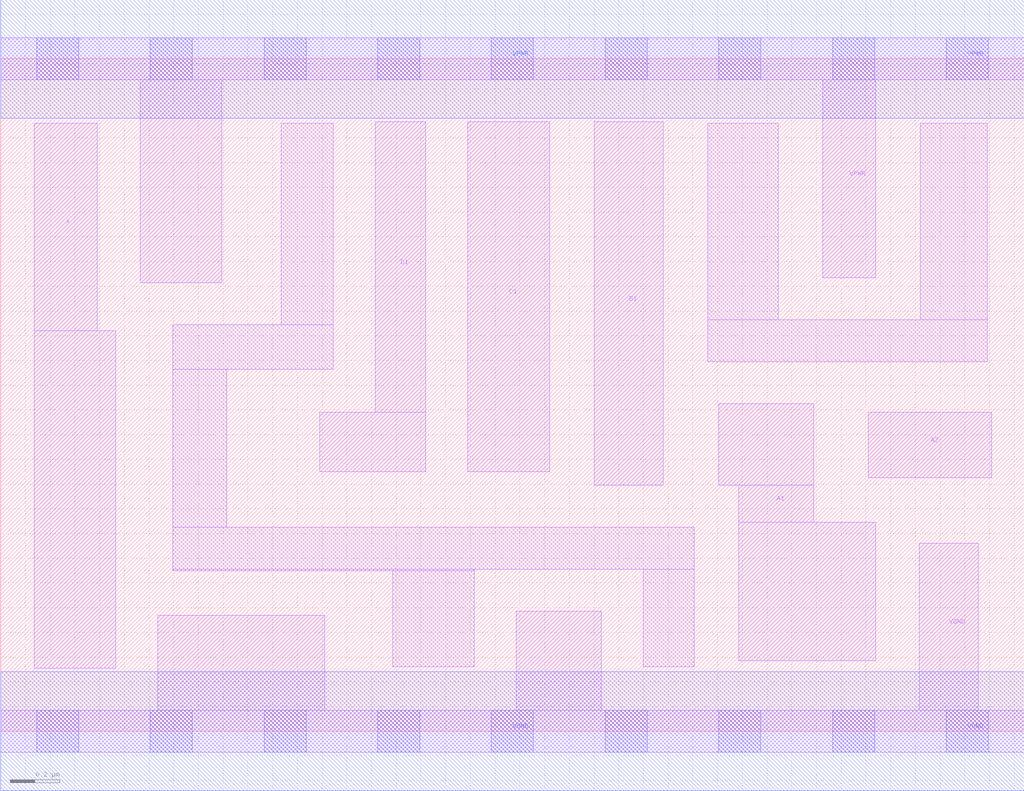
<source format=lef>
# Copyright 2020 The SkyWater PDK Authors
#
# Licensed under the Apache License, Version 2.0 (the "License");
# you may not use this file except in compliance with the License.
# You may obtain a copy of the License at
#
#     https://www.apache.org/licenses/LICENSE-2.0
#
# Unless required by applicable law or agreed to in writing, software
# distributed under the License is distributed on an "AS IS" BASIS,
# WITHOUT WARRANTIES OR CONDITIONS OF ANY KIND, either express or implied.
# See the License for the specific language governing permissions and
# limitations under the License.
#
# SPDX-License-Identifier: Apache-2.0

VERSION 5.7 ;
  NAMESCASESENSITIVE ON ;
  NOWIREEXTENSIONATPIN ON ;
  DIVIDERCHAR "/" ;
  BUSBITCHARS "[]" ;
UNITS
  DATABASE MICRONS 200 ;
END UNITS
MACRO sky130_fd_sc_hd__a2111o_1
  CLASS CORE ;
  SOURCE USER ;
  FOREIGN sky130_fd_sc_hd__a2111o_1 ;
  ORIGIN  0.000000  0.000000 ;
  SIZE  4.140000 BY  2.720000 ;
  SYMMETRY X Y R90 ;
  SITE unithd ;
  PIN A1
    ANTENNAGATEAREA  0.247500 ;
    DIRECTION INPUT ;
    USE SIGNAL ;
    PORT
      LAYER li1 ;
        RECT 2.905000 0.995000 3.290000 1.325000 ;
        RECT 2.985000 0.285000 3.540000 0.845000 ;
        RECT 2.985000 0.845000 3.290000 0.995000 ;
    END
  END A1
  PIN A2
    ANTENNAGATEAREA  0.247500 ;
    DIRECTION INPUT ;
    USE SIGNAL ;
    PORT
      LAYER li1 ;
        RECT 3.510000 1.025000 4.010000 1.290000 ;
    END
  END A2
  PIN B1
    ANTENNAGATEAREA  0.247500 ;
    DIRECTION INPUT ;
    USE SIGNAL ;
    PORT
      LAYER li1 ;
        RECT 2.400000 0.995000 2.680000 2.465000 ;
    END
  END B1
  PIN C1
    ANTENNAGATEAREA  0.247500 ;
    DIRECTION INPUT ;
    USE SIGNAL ;
    PORT
      LAYER li1 ;
        RECT 1.890000 1.050000 2.220000 2.465000 ;
    END
  END C1
  PIN D1
    ANTENNAGATEAREA  0.247500 ;
    DIRECTION INPUT ;
    USE SIGNAL ;
    PORT
      LAYER li1 ;
        RECT 1.290000 1.050000 1.720000 1.290000 ;
        RECT 1.515000 1.290000 1.720000 2.465000 ;
    END
  END D1
  PIN X
    ANTENNADIFFAREA  0.504500 ;
    DIRECTION OUTPUT ;
    USE SIGNAL ;
    PORT
      LAYER li1 ;
        RECT 0.135000 0.255000 0.465000 1.620000 ;
        RECT 0.135000 1.620000 0.390000 2.460000 ;
    END
  END X
  PIN VGND
    DIRECTION INOUT ;
    SHAPE ABUTMENT ;
    USE GROUND ;
    PORT
      LAYER li1 ;
        RECT 0.000000 -0.085000 4.140000 0.085000 ;
        RECT 0.635000  0.085000 1.310000 0.470000 ;
        RECT 2.085000  0.085000 2.430000 0.485000 ;
        RECT 3.715000  0.085000 3.955000 0.760000 ;
      LAYER mcon ;
        RECT 0.145000 -0.085000 0.315000 0.085000 ;
        RECT 0.605000 -0.085000 0.775000 0.085000 ;
        RECT 1.065000 -0.085000 1.235000 0.085000 ;
        RECT 1.525000 -0.085000 1.695000 0.085000 ;
        RECT 1.985000 -0.085000 2.155000 0.085000 ;
        RECT 2.445000 -0.085000 2.615000 0.085000 ;
        RECT 2.905000 -0.085000 3.075000 0.085000 ;
        RECT 3.365000 -0.085000 3.535000 0.085000 ;
        RECT 3.825000 -0.085000 3.995000 0.085000 ;
      LAYER met1 ;
        RECT 0.000000 -0.240000 4.140000 0.240000 ;
    END
  END VGND
  PIN VPWR
    DIRECTION INOUT ;
    SHAPE ABUTMENT ;
    USE POWER ;
    PORT
      LAYER li1 ;
        RECT 0.000000 2.635000 4.140000 2.805000 ;
        RECT 0.565000 1.815000 0.895000 2.635000 ;
        RECT 3.325000 1.835000 3.540000 2.635000 ;
      LAYER mcon ;
        RECT 0.145000 2.635000 0.315000 2.805000 ;
        RECT 0.605000 2.635000 0.775000 2.805000 ;
        RECT 1.065000 2.635000 1.235000 2.805000 ;
        RECT 1.525000 2.635000 1.695000 2.805000 ;
        RECT 1.985000 2.635000 2.155000 2.805000 ;
        RECT 2.445000 2.635000 2.615000 2.805000 ;
        RECT 2.905000 2.635000 3.075000 2.805000 ;
        RECT 3.365000 2.635000 3.535000 2.805000 ;
        RECT 3.825000 2.635000 3.995000 2.805000 ;
      LAYER met1 ;
        RECT 0.000000 2.480000 4.140000 2.960000 ;
    END
  END VPWR
  OBS
    LAYER li1 ;
      RECT 0.695000 0.650000 1.915000 0.655000 ;
      RECT 0.695000 0.655000 2.805000 0.825000 ;
      RECT 0.695000 0.825000 0.915000 1.465000 ;
      RECT 0.695000 1.465000 1.345000 1.645000 ;
      RECT 1.135000 1.645000 1.345000 2.460000 ;
      RECT 1.585000 0.260000 1.915000 0.650000 ;
      RECT 2.600000 0.260000 2.805000 0.655000 ;
      RECT 2.860000 1.495000 3.990000 1.665000 ;
      RECT 2.860000 1.665000 3.145000 2.460000 ;
      RECT 3.720000 1.665000 3.990000 2.460000 ;
  END
END sky130_fd_sc_hd__a2111o_1

</source>
